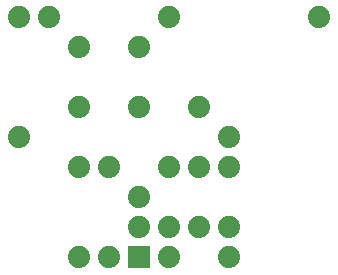
<source format=gts>
G75*
%MOIN*%
%OFA0B0*%
%FSLAX25Y25*%
%IPPOS*%
%LPD*%
%AMOC8*
5,1,8,0,0,1.08239X$1,22.5*
%
%ADD10C,0.07400*%
%ADD11R,0.07400X0.07400*%
D10*
X0031236Y0011236D03*
X0041236Y0011236D03*
X0051236Y0021236D03*
X0061236Y0021236D03*
X0071236Y0021236D03*
X0081236Y0021236D03*
X0081236Y0011236D03*
X0061236Y0011236D03*
X0051236Y0031236D03*
X0041236Y0041236D03*
X0031236Y0041236D03*
X0011236Y0051236D03*
X0031236Y0061236D03*
X0051236Y0061236D03*
X0071236Y0061236D03*
X0081236Y0051236D03*
X0081236Y0041236D03*
X0071236Y0041236D03*
X0061236Y0041236D03*
X0051236Y0081236D03*
X0061236Y0091236D03*
X0031236Y0081236D03*
X0021236Y0091236D03*
X0011236Y0091236D03*
X0111236Y0091236D03*
D11*
X0051236Y0011236D03*
M02*

</source>
